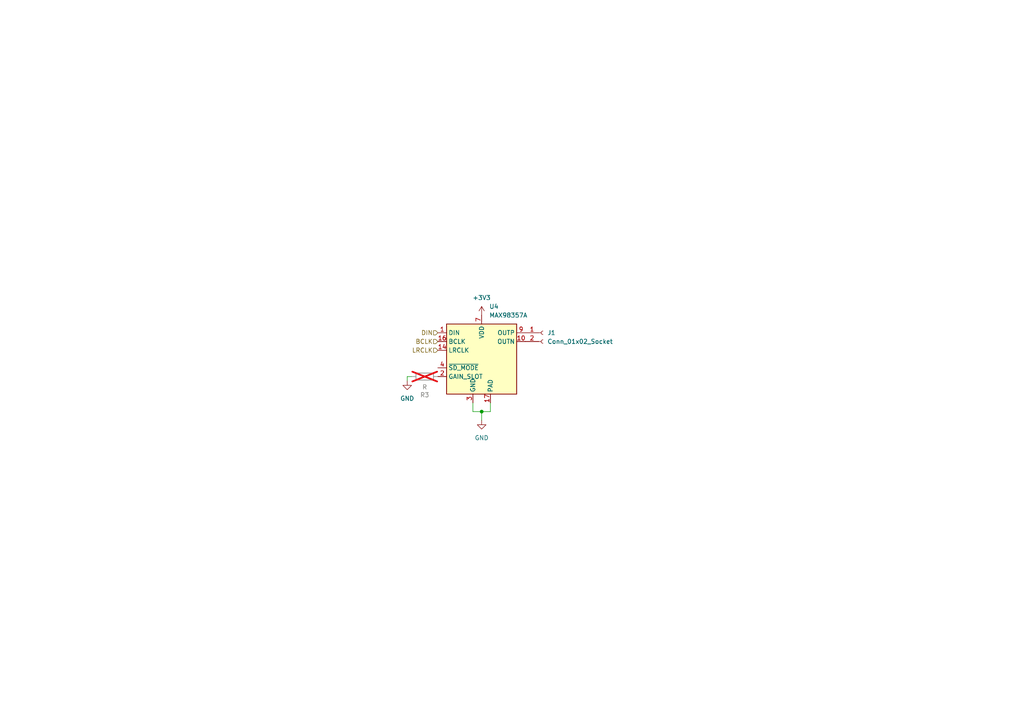
<source format=kicad_sch>
(kicad_sch (version 20231120) (generator "eeschema") (generator_version "8.0")
  (paper "A4")
  (lib_symbols
    (symbol "Audio:MAX98357A"
      (property "Reference" "U" (at -8.89 11.43 0))
      (property "Value" "MAX98357A" (at 10.16 11.43 0))
      (symbol "MAX98357A_1_1"
        (rectangle (start -10.16 10.16) (end 10.16 -10.16) (stroke (width 0.254)) (fill (type background)))
        (pin input line (at -12.7 7.62 0) (length 2.54) (name "DIN") (number "1"))
        (pin output line (at 12.7 5.08 180) (length 2.54) (name "OUTN") (number "10"))
        (pin passive line (at -2.54 -12.7 90) (length 2.54) hide (name "GND") (number "11"))
        (pin no_connect line (at 10.16 -5.08 180) (length 2.54) hide (name "NC") (number "12"))
        (pin no_connect line (at 10.16 -7.62 180) (length 2.54) hide (name "NC") (number "13"))
        (pin input line (at -12.7 2.54 0) (length 2.54) (name "LRCLK") (number "14"))
        (pin passive line (at -2.54 -12.7 90) (length 2.54) hide (name "GND") (number "15"))
        (pin input line (at -12.7 5.08 0) (length 2.54) (name "BCLK") (number "16"))
        (pin unspecified line (at 2.54 -12.7 90) (length 2.54) (name "PAD") (number "17"))
        (pin passive line (at -12.7 -5.08 0) (length 2.54) (name "GAIN_SLOT") (number "2"))
        (pin power_in line (at -2.54 -12.7 90) (length 2.54) (name "GND") (number "3"))
        (pin input line (at -12.7 -2.54 0) (length 2.54) (name "~{SD_MODE}") (number "4"))
        (pin no_connect line (at 10.16 2.54 180) (length 2.54) hide (name "NC") (number "5"))
        (pin no_connect line (at 10.16 0 180) (length 2.54) hide (name "NC") (number "6"))
        (pin power_in line (at 0 12.7 270) (length 2.54) (name "VDD") (number "7"))
        (pin passive line (at 0 12.7 270) (length 2.54) hide (name "VDD") (number "8"))
        (pin output line (at 12.7 7.62 180) (length 2.54) (name "OUTP") (number "9"))
      )
    )
    (symbol "Connector:Conn_01x02_Socket" (pin_names (offset 1.016) hide)
      (property "Reference" "J" (at 0 2.54 0))
      (property "Value" "Conn_01x02_Socket" (at 0 -5.08 0))
      (symbol "Conn_01x02_Socket_1_1"
        (arc (start 0 -2.032) (mid -0.5058 -2.54) (end 0 -3.048) (stroke (width 0.1524)))
        (polyline (pts (xy -1.27 -2.54) (xy -0.508 -2.54)) (stroke (width 0.1524)))
        (polyline (pts (xy -1.27 0) (xy -0.508 0)) (stroke (width 0.1524)))
        (arc (start 0 0.508) (mid -0.5058 0) (end 0 -0.508) (stroke (width 0.1524)))
        (pin passive line (at -5.08 0 0) (length 3.81) (name "Pin_1") (number "1"))
        (pin passive line (at -5.08 -2.54 0) (length 3.81) (name "Pin_2") (number "2"))
      )
    )
    (symbol "Device:R" (pin_numbers hide) (pin_names (offset 0))
      (property "Reference" "R" (at 2.032 0 90))
      (property "Value" "R" (at 0 0 90))
      (symbol "R_0_1"
        (rectangle (start -1.016 -2.54) (end 1.016 2.54) (stroke (width 0.254)))
      )
      (symbol "R_1_1"
        (pin passive line (at 0 3.81 270) (length 1.27) (name "~") (number "1"))
        (pin passive line (at 0 -3.81 90) (length 1.27) (name "~") (number "2"))
      )
    )
    (symbol "power:+3V3" (power) (pin_numbers hide) (pin_names (offset 0) hide)
      (property "Value" "+3V3" (at 0 3.556 0))
      (symbol "+3V3_0_1"
        (polyline (pts (xy -0.762 1.27) (xy 0 2.54)))
        (polyline (pts (xy 0 0) (xy 0 2.54)))
        (polyline (pts (xy 0 2.54) (xy 0.762 1.27)))
      )
      (symbol "+3V3_1_1"
        (pin power_in line (at 0 0 90) (length 0) (name "~") (number "1"))
      )
    )
    (symbol "power:GND" (power) (pin_numbers hide) (pin_names (offset 0) hide)
      (property "Value" "GND" (at 0 -3.81 0))
      (symbol "GND_0_1"
        (polyline (pts (xy 0 0) (xy 0 -1.27) (xy 1.27 -1.27) (xy 0 -2.54) (xy -1.27 -1.27) (xy 0 -1.27)))
      )
      (symbol "GND_1_1"
        (pin power_in line (at 0 0 270) (length 0) (name "~") (number "1"))
      )
    )
  )
  (junction (at 139.7 119.38))
  (wire (pts (xy 142.24 116.84) (xy 142.24 119.38)))
  (wire (pts (xy 142.24 119.38) (xy 139.7 119.38)))
  (wire (pts (xy 139.7 119.38) (xy 139.7 121.92)))
  (wire (pts (xy 137.16 116.84) (xy 137.16 119.38)))
  (wire (pts (xy 137.16 119.38) (xy 139.7 119.38)))
  (wire (pts (xy 119.38 109.22) (xy 118.11 109.22)))
  (wire (pts (xy 118.11 109.22) (xy 118.11 110.49)))
  (hierarchical_label "LRCLK" (shape input) (at 127 101.6 180))
  (hierarchical_label "DIN" (shape input) (at 127 96.52 180))
  (hierarchical_label "BCLK" (shape input) (at 127 99.06 180))
  (symbol (lib_id "power:GND") (at 139.7 121.92 0) (unit 1)
    (property "Reference" "#PWR022" (effects (hide yes)))
    (property "Value" "GND" (at 139.7 127 0))
    (property "Description" "Power symbol creates a global label with name \"GND\" , ground" (effects (hide yes)))
  )
  (symbol (lib_id "power:GND") (at 118.11 110.49 0) (unit 1)
    (property "Reference" "#PWR023" (effects (hide yes)))
    (property "Value" "GND" (at 118.11 115.57 0))
    (property "Description" "Power symbol creates a global label with name \"GND\" , ground" (effects (hide yes)))
  )
  (symbol (lib_id "Connector:Conn_01x02_Socket") (at 157.48 96.52 0) (unit 1)
    (property "Reference" "J1" (at 158.75 96.5199 0) (effects (justify left)))
    (property "Value" "Conn_01x02_Socket" (at 158.75 99.0599 0) (effects (justify left)))
    (property "Footprint" "Connector_PinHeader_1.27mm:PinHeader_1x02_P1.27mm_Vertical" (effects (hide yes)))
    (property "Description" "Generic connector, single row, 01x02, script generated" (effects (hide yes)))
  )
  (symbol (lib_id "power:+3V3") (at 139.7 91.44 0) (unit 1)
    (property "Reference" "#PWR021" (effects (hide yes)))
    (property "Value" "+3V3" (at 139.7 86.36 0))
    (property "Description" "Power symbol creates a global label with name \"+3V3\"" (effects (hide yes)))
  )
  (symbol (lib_id "Audio:MAX98357A") (at 139.7 104.14 0) (unit 1)
    (property "Reference" "U4" (at 141.8941 88.9 0) (effects (justify left)))
    (property "Value" "MAX98357A" (at 141.8941 91.44 0) (effects (justify left)))
    (property "Footprint" "Package_DFN_QFN:TQFN-16-1EP_3x3mm_P0.5mm_EP1.23x1.23mm" (effects (hide yes)))
    (property "Datasheet" "https://www.analog.com/media/en/technical-documentation/data-sheets/MAX98357A-MAX98357B.pdf" (effects (hide yes)))
    (property "Description" "Mono DAC with amplifier, I2S, PCM, TDM, 32-bit, 96khz, 3.2W, TQFP-16" (effects (hide yes)))
  )
  (symbol (lib_id "Device:R") (at 123.19 109.22 90) (unit 1) (in_bom no) (dnp yes)
    (property "Reference" "R3" (at 123.19 114.554 90))
    (property "Value" "R" (at 123.19 112.268 90))
    (property "Footprint" "Resistor_SMD:R_0402_1005Metric" (effects (hide yes)))
    (property "Description" "Resistor" (effects (hide yes)))
  )
)
</source>
